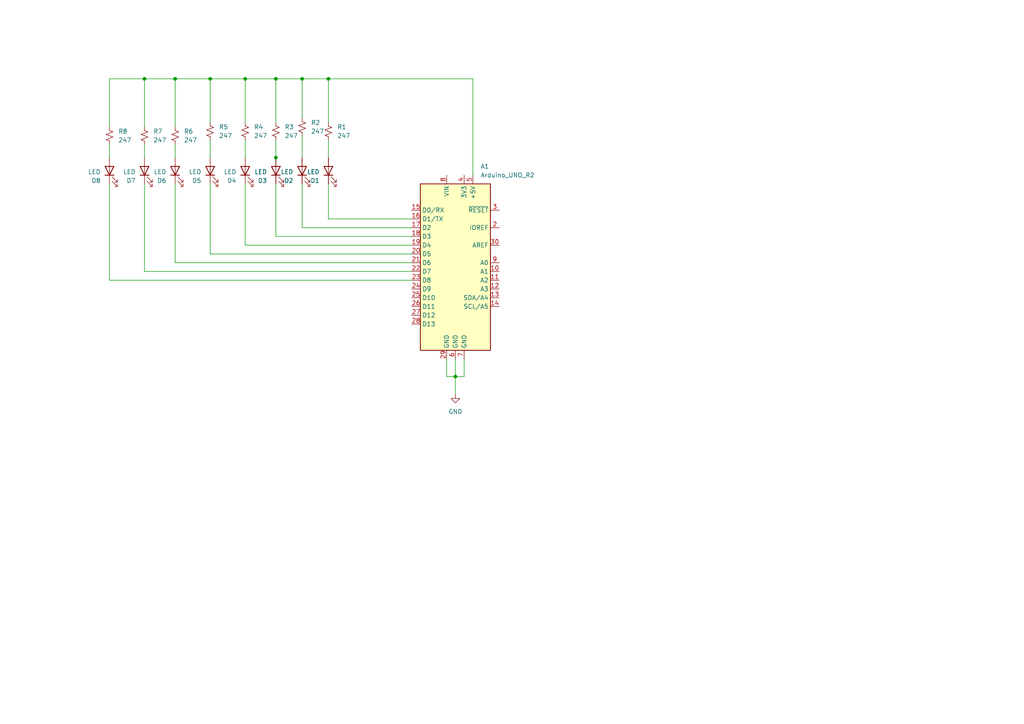
<source format=kicad_sch>
(kicad_sch (version 20230121) (generator eeschema)
  (paper "A4")
  (title_block (title "ARDUINO UNO SHIELD") (date "2024-01-19") (rev "1"))
  (lib_symbols
    (symbol "Device:LED" (pin_numbers hide) (pin_names (offset 1.016) hide)
      (property "Reference" "D" (at 0 2.54 0))
      (property "Value" "LED" (at 0 -2.54 0))
      (symbol "LED_0_1"
        (polyline (pts (xy -1.27 -1.27) (xy -1.27 1.27)) (stroke (width 0.254)))
        (polyline (pts (xy -1.27 0) (xy 1.27 0)))
        (polyline (pts (xy 1.27 -1.27) (xy 1.27 1.27) (xy -1.27 0) (xy 1.27 -1.27)) (stroke (width 0.254)))
        (polyline (pts (xy -3.048 -0.762) (xy -4.572 -2.286) (xy -3.81 -2.286) (xy -4.572 -2.286) (xy -4.572 -1.524)))
        (polyline (pts (xy -1.778 -0.762) (xy -3.302 -2.286) (xy -2.54 -2.286) (xy -3.302 -2.286) (xy -3.302 -1.524)))
      )
      (symbol "LED_1_1"
        (pin passive line (at -3.81 0 0) (length 2.54) (name "K") (number "1"))
        (pin passive line (at 3.81 0 180) (length 2.54) (name "A") (number "2"))
      )
    )
    (symbol "Device:R_Small_US" (pin_numbers hide) (pin_names (offset 0.254) hide)
      (property "Reference" "R" (at 0.762 0.508 0))
      (property "Value" "R_Small_US" (at 0.762 -1.016 0))
      (symbol "R_Small_US_1_1"
        (polyline (pts (xy 0 0) (xy 1.016 -0.381) (xy 0 -0.762) (xy -1.016 -1.143) (xy 0 -1.524)))
        (polyline (pts (xy 0 1.524) (xy 1.016 1.143) (xy 0 0.762) (xy -1.016 0.381) (xy 0 0)))
        (pin passive line (at 0 2.54 270) (length 1.016) (name "~") (number "1"))
        (pin passive line (at 0 -2.54 90) (length 1.016) (name "~") (number "2"))
      )
    )
    (symbol "MCU_Module:Arduino_UNO_R2"
      (property "Reference" "A" (at -10.16 23.495 0))
      (property "Value" "Arduino_UNO_R2" (at 5.08 -26.67 0))
      (symbol "Arduino_UNO_R2_0_1"
        (rectangle (start -10.16 22.86) (end 10.16 -25.4) (stroke (width 0.254)) (fill (type background)))
      )
      (symbol "Arduino_UNO_R2_1_1"
        (pin no_connect line (at -10.16 -20.32 0) (length 2.54) hide (name "NC") (number "1"))
        (pin bidirectional line (at 12.7 -2.54 180) (length 2.54) (name "A1") (number "10"))
        (pin bidirectional line (at 12.7 -5.08 180) (length 2.54) (name "A2") (number "11"))
        (pin bidirectional line (at 12.7 -7.62 180) (length 2.54) (name "A3") (number "12"))
        (pin bidirectional line (at 12.7 -10.16 180) (length 2.54) (name "SDA/A4") (number "13"))
        (pin bidirectional line (at 12.7 -12.7 180) (length 2.54) (name "SCL/A5") (number "14"))
        (pin bidirectional line (at -12.7 15.24 0) (length 2.54) (name "D0/RX") (number "15"))
        (pin bidirectional line (at -12.7 12.7 0) (length 2.54) (name "D1/TX") (number "16"))
        (pin bidirectional line (at -12.7 10.16 0) (length 2.54) (name "D2") (number "17"))
        (pin bidirectional line (at -12.7 7.62 0) (length 2.54) (name "D3") (number "18"))
        (pin bidirectional line (at -12.7 5.08 0) (length 2.54) (name "D4") (number "19"))
        (pin output line (at 12.7 10.16 180) (length 2.54) (name "IOREF") (number "2"))
        (pin bidirectional line (at -12.7 2.54 0) (length 2.54) (name "D5") (number "20"))
        (pin bidirectional line (at -12.7 0 0) (length 2.54) (name "D6") (number "21"))
        (pin bidirectional line (at -12.7 -2.54 0) (length 2.54) (name "D7") (number "22"))
        (pin bidirectional line (at -12.7 -5.08 0) (length 2.54) (name "D8") (number "23"))
        (pin bidirectional line (at -12.7 -7.62 0) (length 2.54) (name "D9") (number "24"))
        (pin bidirectional line (at -12.7 -10.16 0) (length 2.54) (name "D10") (number "25"))
        (pin bidirectional line (at -12.7 -12.7 0) (length 2.54) (name "D11") (number "26"))
        (pin bidirectional line (at -12.7 -15.24 0) (length 2.54) (name "D12") (number "27"))
        (pin bidirectional line (at -12.7 -17.78 0) (length 2.54) (name "D13") (number "28"))
        (pin power_in line (at -2.54 -27.94 90) (length 2.54) (name "GND") (number "29"))
        (pin input line (at 12.7 15.24 180) (length 2.54) (name "~{RESET}") (number "3"))
        (pin input line (at 12.7 5.08 180) (length 2.54) (name "AREF") (number "30"))
        (pin power_out line (at 2.54 25.4 270) (length 2.54) (name "3V3") (number "4"))
        (pin power_out line (at 5.08 25.4 270) (length 2.54) (name "+5V") (number "5"))
        (pin power_in line (at 0 -27.94 90) (length 2.54) (name "GND") (number "6"))
        (pin power_in line (at 2.54 -27.94 90) (length 2.54) (name "GND") (number "7"))
        (pin power_in line (at -2.54 25.4 270) (length 2.54) (name "VIN") (number "8"))
        (pin bidirectional line (at 12.7 0 180) (length 2.54) (name "A0") (number "9"))
      )
    )
    (symbol "power:GND" (power) (pin_names (offset 0))
      (property "Value" "GND" (at 0 -3.81 0))
      (symbol "GND_0_1"
        (polyline (pts (xy 0 0) (xy 0 -1.27) (xy 1.27 -1.27) (xy 0 -2.54) (xy -1.27 -1.27) (xy 0 -1.27)))
      )
      (symbol "GND_1_1"
        (pin power_in line (at 0 0 270) (length 0) hide (name "GND") (number "1"))
      )
    )
  )
  (junction (at 95.25 22.86))
  (junction (at 60.96 22.86))
  (junction (at 132.08 109.22))
  (junction (at 80.01 45.72))
  (junction (at 87.63 22.86))
  (junction (at 41.91 22.86))
  (junction (at 71.12 22.86))
  (junction (at 50.8 22.86))
  (junction (at 80.01 22.86))
  (wire (pts (xy 80.01 22.86) (xy 80.01 35.56)))
  (wire (pts (xy 95.25 53.34) (xy 95.25 63.5)))
  (wire (pts (xy 50.8 22.86) (xy 50.8 36.83)))
  (wire (pts (xy 71.12 40.64) (xy 71.12 45.72)))
  (wire (pts (xy 87.63 39.37) (xy 87.63 45.72)))
  (wire (pts (xy 31.75 36.83) (xy 31.75 22.86)))
  (wire (pts (xy 41.91 78.74) (xy 119.38 78.74)))
  (wire (pts (xy 60.96 53.34) (xy 60.96 73.66)))
  (wire (pts (xy 31.75 53.34) (xy 31.75 81.28)))
  (wire (pts (xy 129.54 109.22) (xy 132.08 109.22)))
  (wire (pts (xy 95.25 63.5) (xy 119.38 63.5)))
  (wire (pts (xy 60.96 40.64) (xy 60.96 45.72)))
  (wire (pts (xy 80.01 40.64) (xy 80.01 45.72)))
  (wire (pts (xy 71.12 53.34) (xy 71.12 71.12)))
  (wire (pts (xy 95.25 35.56) (xy 95.25 22.86)))
  (wire (pts (xy 95.25 22.86) (xy 137.16 22.86)))
  (wire (pts (xy 134.62 104.14) (xy 134.62 109.22)))
  (wire (pts (xy 87.63 53.34) (xy 87.63 66.04)))
  (wire (pts (xy 71.12 22.86) (xy 80.01 22.86)))
  (wire (pts (xy 95.25 40.64) (xy 95.25 45.72)))
  (wire (pts (xy 41.91 41.91) (xy 41.91 45.72)))
  (wire (pts (xy 41.91 22.86) (xy 41.91 36.83)))
  (wire (pts (xy 60.96 73.66) (xy 119.38 73.66)))
  (wire (pts (xy 80.01 53.34) (xy 80.01 68.58)))
  (wire (pts (xy 80.01 45.72) (xy 80.01 46.99)))
  (wire (pts (xy 71.12 71.12) (xy 119.38 71.12)))
  (wire (pts (xy 132.08 109.22) (xy 132.08 114.3)))
  (wire (pts (xy 50.8 22.86) (xy 60.96 22.86)))
  (wire (pts (xy 50.8 76.2) (xy 119.38 76.2)))
  (wire (pts (xy 31.75 41.91) (xy 31.75 45.72)))
  (wire (pts (xy 80.01 68.58) (xy 119.38 68.58)))
  (wire (pts (xy 50.8 53.34) (xy 50.8 76.2)))
  (wire (pts (xy 134.62 109.22) (xy 132.08 109.22)))
  (wire (pts (xy 132.08 104.14) (xy 132.08 109.22)))
  (wire (pts (xy 50.8 41.91) (xy 50.8 45.72)))
  (wire (pts (xy 87.63 22.86) (xy 95.25 22.86)))
  (wire (pts (xy 87.63 66.04) (xy 119.38 66.04)))
  (wire (pts (xy 60.96 22.86) (xy 71.12 22.86)))
  (wire (pts (xy 31.75 22.86) (xy 41.91 22.86)))
  (wire (pts (xy 60.96 22.86) (xy 60.96 35.56)))
  (wire (pts (xy 129.54 104.14) (xy 129.54 109.22)))
  (wire (pts (xy 87.63 22.86) (xy 87.63 34.29)))
  (wire (pts (xy 41.91 53.34) (xy 41.91 78.74)))
  (wire (pts (xy 137.16 22.86) (xy 137.16 50.8)))
  (wire (pts (xy 80.01 22.86) (xy 87.63 22.86)))
  (wire (pts (xy 31.75 81.28) (xy 119.38 81.28)))
  (wire (pts (xy 71.12 22.86) (xy 71.12 35.56)))
  (wire (pts (xy 41.91 22.86) (xy 50.8 22.86)))
  (symbol (lib_id "Device:R_Small_US") (at 71.12 38.1 0) (unit 1)
    (property "Reference" "R4" (at 73.66 36.83 0) (effects (justify left)))
    (property "Value" "247" (at 73.66 39.37 0) (effects (justify left)))
    (property "Footprint" "Resistor_SMD:R_0603_1608Metric" (effects hide))
  )
  (symbol (lib_id "Device:R_Small_US") (at 87.63 36.83 0) (unit 1)
    (property "Reference" "R2" (at 90.17 35.56 0) (effects (justify left)))
    (property "Value" "247" (at 90.17 38.1 0) (effects (justify left)))
    (property "Footprint" "Resistor_SMD:R_0603_1608Metric" (effects hide))
  )
  (symbol (lib_id "Device:LED") (at 50.8 49.53 90) (unit 1)
    (property "Reference" "D6" (at 48.26 52.3875 90) (effects (justify left)))
    (property "Value" "LED" (at 48.26 49.8475 90) (effects (justify left)))
    (property "Footprint" "LED_SMD:LED_0805_2012Metric" (effects hide))
  )
  (symbol (lib_id "Device:LED") (at 95.25 49.53 90) (unit 1)
    (property "Reference" "D1" (at 92.71 52.3875 90) (effects (justify left)))
    (property "Value" "LED" (at 92.71 49.8475 90) (effects (justify left)))
    (property "Footprint" "LED_SMD:LED_0805_2012Metric" (effects hide))
  )
  (symbol (lib_id "Device:R_Small_US") (at 95.25 38.1 0) (unit 1)
    (property "Reference" "R1" (at 97.79 36.83 0) (effects (justify left)))
    (property "Value" "247" (at 97.79 39.37 0) (effects (justify left)))
    (property "Footprint" "Resistor_SMD:R_0603_1608Metric" (effects hide))
  )
  (symbol (lib_id "Device:R_Small_US") (at 31.75 39.37 0) (unit 1)
    (property "Reference" "R8" (at 34.29 38.1 0) (effects (justify left)))
    (property "Value" "247" (at 34.29 40.64 0) (effects (justify left)))
    (property "Footprint" "Resistor_SMD:R_0603_1608Metric" (effects hide))
  )
  (symbol (lib_id "Device:LED") (at 71.12 49.53 90) (unit 1)
    (property "Reference" "D4" (at 68.58 52.3875 90) (effects (justify left)))
    (property "Value" "LED" (at 68.58 49.8475 90) (effects (justify left)))
    (property "Footprint" "LED_SMD:LED_0805_2012Metric" (effects hide))
  )
  (symbol (lib_id "power:GND") (at 132.08 114.3 0) (unit 1)
    (property "Reference" "#PWR01" (effects hide))
    (property "Value" "GND" (at 132.08 119.38 0))
  )
  (symbol (lib_id "Device:LED") (at 60.96 49.53 90) (unit 1)
    (property "Reference" "D5" (at 58.42 52.3875 90) (effects (justify left)))
    (property "Value" "LED" (at 58.42 49.8475 90) (effects (justify left)))
    (property "Footprint" "LED_SMD:LED_0805_2012Metric" (effects hide))
  )
  (symbol (lib_id "Device:LED") (at 41.91 49.53 90) (unit 1)
    (property "Reference" "D7" (at 39.37 52.3875 90) (effects (justify left)))
    (property "Value" "LED" (at 39.37 49.8475 90) (effects (justify left)))
    (property "Footprint" "LED_SMD:LED_0805_2012Metric" (effects hide))
  )
  (symbol (lib_id "Device:R_Small_US") (at 41.91 39.37 0) (unit 1)
    (property "Reference" "R7" (at 44.45 38.1 0) (effects (justify left)))
    (property "Value" "247" (at 44.45 40.64 0) (effects (justify left)))
    (property "Footprint" "Resistor_SMD:R_0603_1608Metric" (effects hide))
  )
  (symbol (lib_id "Device:R_Small_US") (at 60.96 38.1 0) (unit 1)
    (property "Reference" "R5" (at 63.5 36.83 0) (effects (justify left)))
    (property "Value" "247" (at 63.5 39.37 0) (effects (justify left)))
    (property "Footprint" "Resistor_SMD:R_0603_1608Metric" (effects hide))
  )
  (symbol (lib_id "Device:LED") (at 31.75 49.53 90) (unit 1)
    (property "Reference" "D8" (at 29.21 52.3875 90) (effects (justify left)))
    (property "Value" "LED" (at 29.21 49.8475 90) (effects (justify left)))
    (property "Footprint" "LED_SMD:LED_0805_2012Metric" (effects hide))
  )
  (symbol (lib_id "Device:R_Small_US") (at 50.8 39.37 0) (unit 1)
    (property "Reference" "R6" (at 53.34 38.1 0) (effects (justify left)))
    (property "Value" "247" (at 53.34 40.64 0) (effects (justify left)))
    (property "Footprint" "Resistor_SMD:R_0603_1608Metric" (effects hide))
  )
  (symbol (lib_id "MCU_Module:Arduino_UNO_R2") (at 132.08 76.2 0) (unit 1)
    (property "Reference" "A1" (at 139.3541 48.26 0) (effects (justify left)))
    (property "Value" "Arduino_UNO_R2" (at 139.3541 50.8 0) (effects (justify left)))
    (property "Footprint" "Module:Arduino_UNO_R2" (effects hide))
    (property "Datasheet" "https://www.arduino.cc/en/Main/arduinoBoardUno" (effects hide))
  )
  (symbol (lib_id "Device:LED") (at 80.01 49.53 90) (unit 1)
    (property "Reference" "D3" (at 77.47 52.3875 90) (effects (justify left)))
    (property "Value" "LED" (at 77.47 49.8475 90) (effects (justify left)))
    (property "Footprint" "LED_SMD:LED_0805_2012Metric" (effects hide))
  )
  (symbol (lib_id "Device:LED") (at 87.63 49.53 90) (unit 1)
    (property "Reference" "D2" (at 85.09 52.3875 90) (effects (justify left)))
    (property "Value" "LED" (at 85.09 49.8475 90) (effects (justify left)))
    (property "Footprint" "LED_SMD:LED_0805_2012Metric" (effects hide))
  )
  (symbol (lib_id "Device:R_Small_US") (at 80.01 38.1 0) (unit 1)
    (property "Reference" "R3" (at 82.55 36.83 0) (effects (justify left)))
    (property "Value" "247" (at 82.55 39.37 0) (effects (justify left)))
    (property "Footprint" "Resistor_SMD:R_0603_1608Metric" (effects hide))
  )
)
</source>
